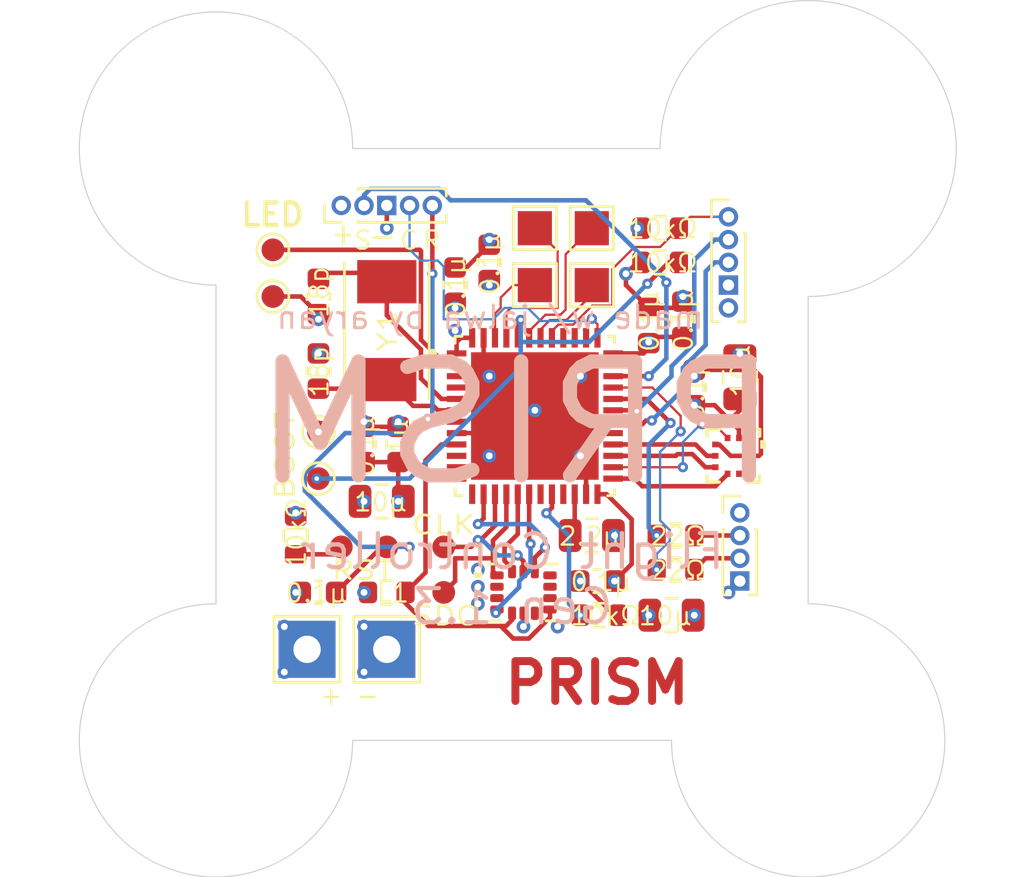
<source format=kicad_pcb>
(kicad_pcb (version 20241229) (generator "pcbnew") (generator_version "9.0")
  (layers (0 "F.Cu" signal "Signal1") (4 "In1.Cu" power "GND") (6 "In2.Cu" power "Power") (2 "B.Cu" signal "Signal2") (13 "F.Paste" user) (15 "B.Paste" user) (5 "F.SilkS" user "F.Silkscreen") (7 "B.SilkS" user "B.Silkscreen") (1 "F.Mask" user) (3 "B.Mask" user) (25 "Edge.Cuts" user))
  (net 0 "")
  (net 1 "GND")
  (net 2 "NRST")
  (net 3 "Net-(U1-VCAP_1)")
  (net 4 "Net-(U1-PH0-OSC_IN)")
  (net 5 "Net-(U1-PH1-OSC_OUT)")
  (net 6 "VDDA")
  (net 7 "PC13")
  (net 8 "SWDIO")
  (net 9 "SWCLK")
  (net 10 "D-")
  (net 11 "D+")
  (net 13 "HC12 SET")
  (net 14 "PA9")
  (net 15 "PA10")
  (net 16 "BOOT0")
  (net 17 "PB2")
  (net 18 "PA12")
  (net 19 "PA11")
  (net 20 "M1")
  (net 21 "M2")
  (net 22 "M3")
  (net 23 "M4")
  (net 24 "PA5")
  (net 25 "PA6")
  (net 27 "CSB")
  (net 30 "SDO")
  (net 31 "SDI")
  (net 33 "PA7")
  (net 35 "PA4")
  (net 38 "PA1")
  (net 41 "SCK")
  (net 49 "INT")
  (net 51 "+3.3V")
  (net 52 "Net-(R5-Pad1)")
  (footprint "Capacitor_SMD:C_0603_1608Metric" (layer "F.Cu") (at 106.225 72.5 180)
    (property "Reference" "C5" (hide yes))
    (property "Value" "0.1uF")
  )
  (footprint "Resistor_SMD:R_0603_1608Metric" (layer "F.Cu") (at 97 73)
    (property "Reference" "L1" (hide yes))
    (property "Value" "L")
  )
  (footprint "Capacitor_SMD:C_0603_1608Metric" (layer "F.Cu") (at 94 63.275 90)
    (property "Reference" "C14" (hide yes))
    (property "Value" "18pF")
  )
  (footprint "Capacitor_SMD:C_0603_1608Metric" (layer "F.Cu") (at 94 73 180)
    (property "Reference" "C9" (hide yes))
    (property "Value" "0.1uF")
  )
  (footprint "MountingHole:MountingHole_2.2mm_M2" (layer "F.Cu") (at 115.5 79.5)
    (property "Reference" "REF**" (hide yes))
    (property "Value" "MountingHole_2.2mm_M2")
  )
  (footprint "Capacitor_SMD:C_0603_1608Metric" (layer "F.Cu") (at 100 59.5 90)
    (property "Reference" "C5" (hide yes))
    (property "Value" "0.1uF")
  )
  (footprint "Capacitor_SMD:C_0603_1608Metric" (layer "F.Cu") (at 97.5 66.5 -90)
    (property "Reference" "C2" (hide yes))
    (property "Value" "1 µF")
  )
  (footprint "Resistor_SMD:R_0603_1608Metric" (layer "F.Cu") (at 109 58.5)
    (property "Reference" "R1" (hide yes))
    (property "Value" "10k")
  )
  (footprint "MountingHole:MountingHole_2.2mm_M2" (layer "F.Cu") (at 89.5 53.5)
    (property "Reference" "REF**" (hide yes))
    (property "Value" "MountingHole_2.2mm_M2")
  )
  (footprint "TestPoint:TestPoint_Pad_D1.0mm" (layer "F.Cu") (at 94 68)
    (property "Reference" "TP10" (hide yes))
    (property "Value" "TestPoint")
  )
  (footprint "Resistor_SMD:R_0603_1608Metric" (layer "F.Cu") (at 109.675 70.5 180)
    (property "Reference" "R4" (hide yes))
    (property "Value" "22")
  )
  (footprint "Capacitor_SMD:C_0603_1608Metric" (layer "F.Cu") (at 94 60 -90)
    (property "Reference" "C13" (hide yes))
    (property "Value" "18pF")
  )
  (footprint "CUSTOM:STM32F401CCU6" (layer "F.Cu") (at 103.5 65.25)
    (property "Reference" "U1" (hide yes))
    (property "Value" "STM32F401CCU6")
  )
  (footprint "Resistor_SMD:R_0603_1608Metric" (layer "F.Cu") (at 109 57 180)
    (property "Reference" "R7" (hide yes))
    (property "Value" "10kΩ")
  )
  (footprint "footprints:10LGA_2X2X0p75_BOS" (layer "F.Cu") (at 112.2126 67 -90)
    (property "Reference" "U2" (hide yes))
    (property "Value" "BMP388")
  )
  (footprint "TestPoint:TestPoint_Pad_D1.0mm" (layer "F.Cu") (at 92 60)
    (property "Reference" "TP14" (hide yes))
    (property "Value" "TestPoint")
  )
  (footprint "TestPoint:TestPoint_Pad_D1.0mm" (layer "F.Cu") (at 99.5 71 -90)
    (property "Reference" "TP7" (hide yes))
    (property "Value" "TestPoint")
  )
  (footprint "TestPoint:TestPoint_Pad_1.5x1.5mm" (layer "F.Cu") (at 103.5 57 -90)
    (property "Reference" "TP4" (hide yes))
    (property "Value" "TestPoint")
  )
  (footprint "Connector_PinHeader_1.00mm:PinHeader_1x05_P1.00mm_Vertical" (layer "F.Cu") (at 95 56 90)
    (property "Reference" "J1" (hide yes))
    (property "Value" "Programmer")
  )
  (footprint "TestPoint:TestPoint_Pad_1.5x1.5mm" (layer "F.Cu") (at 106 59.5 -90)
    (property "Reference" "TP5" (hide yes))
    (property "Value" "TestPoint")
  )
  (footprint "TestPoint:TestPoint_Pad_1.5x1.5mm" (layer "F.Cu") (at 106 57 -90)
    (property "Reference" "TP3" (hide yes))
    (property "Value" "TestPoint")
  )
  (footprint "TestPoint:TestPoint_Pad_D1.0mm" (layer "F.Cu") (at 99.5 73 -90)
    (property "Reference" "TP8" (hide yes))
    (property "Value" "TestPoint")
  )
  (footprint "Capacitor_SMD:C_0603_1608Metric" (layer "F.Cu") (at 96 66.5 -90)
    (property "Reference" "C1" (hide yes))
    (property "Value" "0.1 µF")
  )
  (footprint "Resistor_SMD:R_0603_1608Metric" (layer "F.Cu") (at 93 70.5 90)
    (property "Reference" "R5" (hide yes))
    (property "Value" "10k")
  )
  (footprint "Crystal:Crystal_SMD_Abracon_ABM7-2Pin_6.0x3.5mm" (layer "F.Cu") (at 97 61.5 90)
    (property "Reference" "Y1" (hide yes))
    (property "Value" "Crystal")
  )
  (footprint "Capacitor_SMD:C_0805_2012Metric" (layer "F.Cu") (at 112.5 63.55 90)
    (property "Reference" "C4" (hide yes))
    (property "Value" "10µF")
  )
  (footprint "TestPoint:TestPoint_Pad_D1.0mm" (layer "F.Cu") (at 94 65.95)
    (property "Reference" "TP9" (hide yes))
    (property "Value" "TestPoint")
  )
  (footprint "Capacitor_SMD:C_0603_1608Metric" (layer "F.Cu") (at 108.5 61.275 90)
    (property "Reference" "C5" (hide yes))
    (property "Value" "0.1uF")
  )
  (footprint "Capacitor_SMD:C_0603_1608Metric" (layer "F.Cu") (at 110 61 90)
    (property "Reference" "C7" (hide yes))
    (property "Value" "0.1µF")
  )
  (footprint "Capacitor_SMD:C_0805_2012Metric" (layer "F.Cu") (at 106 70.5)
    (property "Reference" "C12" (hide yes))
    (property "Value" "2.2µF")
  )
  (footprint "Capacitor_SMD:C_0603_1608Metric" (layer "F.Cu") (at 101.5 58.5 90)
    (property "Reference" "C5" (hide yes))
    (property "Value" "0.1uF")
  )
  (footprint "Capacitor_SMD:C_0603_1608Metric" (layer "F.Cu") (at 110.5 64 -90)
    (property "Reference" "C8" (hide yes))
    (property "Value" "0.1µF")
  )
  (footprint "Capacitor_SMD:C_0805_2012Metric" (layer "F.Cu") (at 109.5 74)
    (property "Reference" "C6" (hide yes))
    (property "Value" "10uF")
  )
  (footprint "Connector_PinHeader_1.00mm:PinHeader_1x04_P1.00mm_Vertical" (layer "F.Cu") (at 112.5 69.5)
    (property "Reference" "J2" (hide yes))
    (property "Value" "Conn_01x04_Pin")
  )
  (footprint "Resistor_SMD:R_0603_1608Metric" (layer "F.Cu") (at 106.325 74 180)
    (property "Reference" "R2" (hide yes))
    (property "Value" "10k")
  )
  (footprint "TestPoint:TestPoint_THTPad_2.5x2.5mm_Drill1.2mm" (layer "F.Cu") (at 97 75.5)
    (property "Reference" "TP2" (hide yes))
    (property "Value" "TestPoint")
  )
  (footprint "Capacitor_SMD:C_0805_2012Metric" (layer "F.Cu") (at 96.775 69)
    (property "Reference" "C3" (hide yes))
    (property "Value" "10 µF")
  )
  (footprint "Resistor_SMD:R_0603_1608Metric" (layer "F.Cu") (at 109.675 72 180)
    (property "Reference" "R3" (hide yes))
    (property "Value" "22")
  )
  (footprint "TestPoint:TestPoint_Pad_D1.0mm" (layer "F.Cu") (at 92 57.95)
    (property "Reference" "TP13" (hide yes))
    (property "Value" "TestPoint")
  )
  (footprint "MountingHole:MountingHole_2.2mm_M2" (layer "F.Cu") (at 115.5 53.5)
    (property "Reference" "REF**" (hide yes))
    (property "Value" "MountingHole_2.2mm_M2")
  )
  (footprint "TestPoint:TestPoint_Pad_D1.0mm" (layer "F.Cu") (at 95 71)
    (property "Reference" "TP11" (hide yes))
    (property "Value" "TestPoint")
  )
  (footprint "TestPoint:TestPoint_Pad_1.5x1.5mm" (layer "F.Cu") (at 103.5 59.5 -90)
    (property "Reference" "TP6" (hide yes))
    (property "Value" "TestPoint")
  )
  (footprint "MountingHole:MountingHole_2.2mm_M2" (layer "F.Cu") (at 89.5 79.5)
    (property "Reference" "REF**" (hide yes))
    (property "Value" "MountingHole_2.2mm_M2")
  )
  (footprint "footprints:ICM-42688-P" (layer "F.Cu") (at 103 73)
    (property "Reference" "U3" (hide yes))
    (property "Value" "ICM-42688-P")
  )
  (footprint "TestPoint:TestPoint_Pad_D1.0mm" (layer "F.Cu") (at 97 71)
    (property "Reference" "TP12" (hide yes))
    (property "Value" "TestPoint")
  )
  (footprint "TestPoint:TestPoint_THTPad_2.5x2.5mm_Drill1.2mm" (layer "F.Cu") (at 93.5 75.5)
    (property "Reference" "TP1" (hide yes))
    (property "Value" "TestPoint")
  )
  (footprint "Connector_PinHeader_1.00mm:PinHeader_1x05_P1.00mm_Vertical" (layer "F.Cu") (at 112 56.5)
    (property "Reference" "J3" (hide yes))
    (property "Value" "HC-12")
  )
  (gr_arc (start 115.5 73.5) (mid 119.742641 83.742641) (end 109.5 79.5) (stroke (width 0.05)) (layer "Edge.Cuts"))
  (gr_arc (start 89.5 59.5) (mid 85.257359 49.257359) (end 95.5 53.5) (stroke (width 0.05)) (layer "Edge.Cuts"))
  (gr_line (start 109 53.5) (end 95.5 53.5) (stroke (width 0.05)) (layer "Edge.Cuts"))
  (gr_line (start 115.5 73.5) (end 115.5 60) (stroke (width 0.05)) (layer "Edge.Cuts"))
  (gr_arc (start 109 53.5) (mid 120.096194 48.903806) (end 115.5 60) (stroke (width 0.05)) (layer "Edge.Cuts"))
  (gr_line (start 89.5 59.5) (end 89.5 73.5) (stroke (width 0.05)) (layer "Edge.Cuts"))
  (gr_line (start 95.5 79.5) (end 109.5 79.5) (stroke (width 0.05)) (layer "Edge.Cuts"))
  (gr_arc (start 95.5 79.5) (mid 85.257359 83.742641) (end 89.5 73.5) (stroke (width 0.05)) (layer "Edge.Cuts"))
  (gr_text "PRISM" (at 102 78 0) (layer "F.Cu") (effects (font (size 1.75 1.75) (thickness 0.35) (bold yes)) (justify left bottom)))
  (gr_text "C" (at 97.5 58 0) (layer "F.SilkS") (effects (font (size 0.8 0.8) (thickness 0.1)) (justify left bottom)))
  (gr_text "0.1μ" (at 105 73 0) (layer "F.SilkS") (effects (font (size 0.8 0.8) (thickness 0.1)) (justify left bottom)))
  (gr_text "10kΩ" (at 107.5 57.5 0) (layer "F.SilkS") (effects (font (size 0.8 0.8) (thickness 0.1)) (justify left bottom)))
  (gr_text "0.1μ" (at 100.5 61 90) (layer "F.SilkS") (effects (font (size 0.8 0.8) (thickness 0.1)) (justify left bottom)))
  (gr_text "L1" (at 96.5 73.5 0) (layer "F.SilkS") (effects (font (size 0.8 0.8) (thickness 0.1)) (justify left bottom)))
  (gr_text "+ -" (at 94 78 0) (layer "F.SilkS") (effects (font (size 0.8 0.8) (thickness 0.1)) (justify left bottom)))
  (gr_text "22Ω" (at 108.5 72.5 0) (layer "F.SilkS") (effects (font (size 0.8 0.8) (thickness 0.1)) (justify left bottom)))
  (gr_text "0.1μ" (at 102 60 90) (layer "F.SilkS") (effects (font (size 0.8 0.8) (thickness 0.1)) (justify left bottom)))
  (gr_text "22Ω" (at 108.5 71 0) (layer "F.SilkS") (effects (font (size 0.8 0.8) (thickness 0.1)) (justify left bottom)))
  (gr_text "LED" (at 90.5 57 0) (layer "F.SilkS") (effects (font (size 1 1) (thickness 0.2) (bold yes)) (justify left bottom)))
  (gr_text "Y1" (at 97.5 62.5 90) (layer "F.SilkS") (effects (font (size 0.8 1) (thickness 0.12)) (justify left bottom)))
  (gr_text "SDO" (at 98 74.5 0) (layer "F.SilkS") (effects (font (size 0.8 1) (thickness 0.12)) (justify left bottom)))
  (gr_text "-" (at 97.5 57 180) (layer "F.SilkS") (effects (font (size 0.8 1) (thickness 0.12)) (justify left bottom)))
  (gr_text "RST" (at 94.5 72.5 0) (layer "F.SilkS") (effects (font (size 0.8 1) (thickness 0.12)) (justify left bottom)))
  (gr_text "0.1μ" (at 111 65.5 90) (layer "F.SilkS") (effects (font (size 0.8 0.8) (thickness 0.1)) (justify left bottom)))
  (gr_text "18p" (at 94.5 64.5 90) (layer "F.SilkS") (effects (font (size 0.8 0.8) (thickness 0.1)) (justify left bottom)))
  (gr_text "CLK" (at 98 70.5 0) (layer "F.SilkS") (effects (font (size 0.8 1) (thickness 0.12)) (justify left bottom)))
  (gr_text "2.2μ" (at 104.5 71 0) (layer "F.SilkS") (effects (font (size 0.8 0.8) (thickness 0.1)) (justify left bottom)))
  (gr_text "BOOT" (at 93 69 90) (layer "F.SilkS") (effects (font (size 0.8 1) (thickness 0.12)) (justify left bottom)))
  (gr_text "10kΩ" (at 107.5 59 0) (layer "F.SilkS") (effects (font (size 0.8 0.8) (thickness 0.1)) (justify left bottom)))
  (gr_text "10μ" (at 95.5 69.5 0) (layer "F.SilkS") (effects (font (size 0.8 0.8) (thickness 0.1)) (justify left bottom)))
  (gr_text "10μ" (at 108 74.5 0) (layer "F.SilkS") (effects (font (size 0.8 0.8) (thickness 0.1)) (justify left bottom)))
  (gr_text "0.1μ" (at 96.5 68 90) (layer "F.SilkS") (effects (font (size 0.8 0.8) (thickness 0.1)) (justify left bottom)))
  (gr_text "S" (at 95.5 58 0) (layer "F.SilkS") (effects (font (size 0.8 0.8) (thickness 0.1)) (justify left bottom)))
  (gr_text "1μ" (at 98 67 90) (layer "F.SilkS") (effects (font (size 0.8 0.8) (thickness 0.1)) (justify left bottom)))
  (gr_text "R" (at 98.5 58 0) (layer "F.SilkS") (effects (font (size 0.8 0.8) (thickness 0.1)) (justify left bottom)))
  (gr_text "18p" (at 94.5 61 90) (layer "F.SilkS") (effects (font (size 0.8 0.8) (thickness 0.1)) (justify left bottom)))
  (gr_text "0.1μ" (at 109 62.5 90) (layer "F.SilkS") (effects (font (size 0.8 0.8) (thickness 0.1)) (justify left bottom)))
  (gr_text "10kΩ" (at 105 74.5 0) (layer "F.SilkS") (effects (font (size 0.8 0.8) (thickness 0.1)) (justify left bottom)))
  (gr_text "0.1μ" (at 110.5 62.5 90) (layer "F.SilkS") (effects (font (size 0.8 0.8) (thickness 0.1)) (justify left bottom)))
  (gr_text "10kΩ" (at 93.5 72 90) (layer "F.SilkS") (effects (font (size 0.8 0.8) (thickness 0.1)) (justify left bottom)))
  (gr_text "10μ" (at 113 64.5 90) (layer "F.SilkS") (effects (font (size 0.8 0.8) (thickness 0.1)) (justify left bottom)))
  (gr_text "+" (at 95.5 58 90) (layer "F.SilkS") (effects (font (size 0.8 1) (thickness 0.12)) (justify left bottom)))
  (gr_text "0.1μ" (at 92.5 73.5 0) (layer "F.SilkS") (effects (font (size 0.8 0.8) (thickness 0.1)) (justify left bottom)))
  (gr_text "Flight Controller\nGen 1.3" (at 102.5 74.5 0) (layer "B.SilkS") (effects (font (size 1.5 1.5) (thickness 0.1875)) (justify bottom mirror)))
  (gr_text "PRISM" (at 114.5 68.5 0) (layer "B.SilkS") (effects (font (size 5 5) (thickness 0.625)) (justify left bottom mirror)))
  (gr_text "made w/ jalwa by aryan" (at 111 61.5 0) (layer "B.SilkS") (effects (font (size 1 1) (thickness 0.125)) (justify left bottom mirror)))
  (segment (start 113.426 63.574) (end 113.426 63.526) (width 0.2) (layer "F.Cu") (net 1))
  (segment (start 97.5 67.275) (end 97.5 68.775) (width 0.2) (layer "F.Cu") (net 1))
  (segment (start 108 58.5) (end 107.5 59) (width 0.2) (layer "F.Cu") (net 1))
  (segment (start 100.5 58.725) (end 101.5 57.725) (width 0.2) (layer "F.Cu") (net 1))
  (segment (start 107.5 59.5) (end 107.5 59) (width 0.2) (layer "F.Cu") (net 1))
  (segment (start 113.426 66.9137) (end 113.426 63.574) (width 0.2) (layer "F.Cu") (net 1))
  (segment (start 103.5 65.25) (end 101.25 63) (width 0.2) (layer "F.Cu") (net 1))
  (segment (start 105.75 63) (end 106.935 63) (width 0.2) (layer "F.Cu") (net 1))
  (segment (start 107 74) (end 105.5 72.5) (width 0.2) (layer "F.Cu") (net 1))
  (segment (start 113 67) (end 113.3397 67) (width 0.2) (layer "F.Cu") (net 1))
  (segment (start 105.75 67.5) (end 105.75 68.685) (width 0.2) (layer "F.Cu") (net 1))
  (segment (start 111.4252 66.500001) (end 111.593901 66.500001) (width 0.2) (layer "F.Cu") (net 1))
  (segment (start 97.5 68.775) (end 97.725 69) (width 0.2) (layer "F.Cu") (net 1))
  (segment (start 113.3397 67) (end 113.426 66.9137) (width 0.2) (layer "F.Cu") (net 1))
  (segment (start 113.426 63.526) (end 112.5 62.6) (width 0.2) (layer "F.Cu") (net 1))
  (segment (start 108.5 60.5) (end 107.5 59.5) (width 0.2) (layer "F.Cu") (net 1))
  (segment (start 100 58.725) (end 100.5 58.725) (width 0.2) (layer "F.Cu") (net 1))
  (segment (start 108.5 60.5) (end 109.725 60.5) (width 0.2) (layer "F.Cu") (net 1))
  (segment (start 96 67.275) (end 97.5 67.275) (width 0.2) (layer "F.Cu") (net 1))
  (segment (start 113.077 63.225) (end 110.5 63.225) (width 0.2) (layer "F.Cu") (net 1))
  (segment (start 101.25 63) (end 101.25 61.815) (width 0.2) (layer "F.Cu") (net 1))
  (segment (start 100.065 66) (end 102.75 66) (width 0.2) (layer "F.Cu") (net 1))
  (segment (start 103 74.5) (end 103 73.915) (width 0.2) (layer "F.Cu") (net 1))
  (segment (start 102.75 66) (end 103.5 65.25) (width 0.2) (layer "F.Cu") (net 1))
  (segment (start 107.15 74) (end 107 74) (width 0.2) (layer "F.Cu") (net 1))
  (segment (start 109.725 60.5) (end 110 60.225) (width 0.2) (layer "F.Cu") (net 1))
  (segment (start 103.5 65.25) (end 105.75 67.5) (width 0.2) (layer "F.Cu") (net 1))
  (segment (start 111.593901 66.500001) (end 112.0939 67) (width 0.2) (layer "F.Cu") (net 1))
  (segment (start 97 57) (end 97 56) (width 0.2) (layer "F.Cu") (net 1))
  (segment (start 108.175 58.5) (end 108 58.5) (width 0.2) (layer "F.Cu") (net 1))
  (segment (start 103.5 65.25) (end 105.75 63) (width 0.2) (layer "F.Cu") (net 1))
  (segment (start 113 67.499999) (end 113 67) (width 0.2) (layer "F.Cu") (net 1))
  (segment (start 112.0939 67) (end 113 67) (width 0.2) (layer "F.Cu") (net 1))
  (segment (start 92 60) (end 93.225 60) (width 0.2) (layer "F.Cu") (net 1))
  (segment (start 93.225 60) (end 94 60.775) (width 0.2) (layer "F.Cu") (net 1))
  (segment (start 113.426 63.574) (end 113.077 63.225) (width 0.2) (layer "F.Cu") (net 1))
  (via (at 97 57) (size 0.6) (drill 0.3) (layers "F.Cu" "B.Cu") (net 1))
  (via (at 101.5 57.5) (size 0.6) (drill 0.3) (layers "F.Cu" "B.Cu") (net 1))
  (via (at 103 74.5) (size 0.6) (drill 0.3) (layers "F.Cu" "B.Cu") (net 1))
  (via (at 105.5 67) (size 0.6) (drill 0.3) (layers "F.Cu" "B.Cu") (net 1))
  (via (at 94 61) (size 0.6) (drill 0.3) (layers "F.Cu" "B.Cu") (net 1))
  (via (at 107.5 59) (size 0.6) (drill 0.3) (layers "F.Cu" "B.Cu") (net 1))
  (via (at 101 72.75) (size 0.6) (drill 0.3) (layers "F.Cu" "B.Cu") (net 1))
  (via (at 103.5 65) (size 0.6) (drill 0.3) (layers "F.Cu" "B.Cu") (net 1))
  (via (at 101 73.5) (size 0.6) (drill 0.3) (layers "F.Cu" "B.Cu") (net 1))
  (via (at 97.5 69) (size 0.6) (drill 0.3) (layers "F.Cu" "B.Cu") (net 1))
  (via (at 93 73) (size 0.6) (drill 0.3) (layers "F.Cu" "B.Cu") (net 1))
  (via (at 104.5 74.5) (size 0.6) (drill 0.3) (layers "F.Cu" "B.Cu") (net 1))
  (via (at 96 76.5) (size 0.6) (drill 0.3) (layers "F.Cu" "B.Cu") (net 1))
  (via (at 96 74.5) (size 0.6) (drill 0.3) (layers "F.Cu" "B.Cu") (net 1))
  (via (at 94 62.5) (size 0.6) (drill 0.3) (layers "F.Cu" "B.Cu") (net 1))
  (via (at 112 73) (size 0.6) (drill 0.3) (layers "F.Cu" "B.Cu") (net 1))
  (via (at 107 70.5) (size 0.6) (drill 0.3) (layers "F.Cu" "B.Cu") (net 1))
  (via (at 112.5 62.5) (size 0.6) (drill 0.3) (layers "F.Cu" "B.Cu") (net 1))
  (via (at 101 72) (size 0.6) (drill 0.3) (layers "F.Cu" "B.Cu") (net 1))
  (via (at 101.5 67) (size 0.6) (drill 0.3) (layers "F.Cu" "B.Cu") (net 1))
  (via (at 105.5 72.5) (size 0.6) (drill 0.3) (layers "F.Cu" "B.Cu") (net 1))
  (via (at 105.5 63.5) (size 0.6) (drill 0.3) (layers "F.Cu" "B.Cu") (net 1))
  (via (at 110.5 63.5) (size 0.6) (drill 0.3) (layers "F.Cu" "B.Cu") (net 1))
  (via (at 110 60) (size 0.6) (drill 0.3) (layers "F.Cu" "B.Cu") (net 1))
  (via (at 108.5 74) (size 0.6) (drill 0.3) (layers "F.Cu" "B.Cu") (net 1))
  (via (at 101.5 63.5) (size 0.6) (drill 0.3) (layers "F.Cu" "B.Cu") (net 1))
  (segment (start 96.775 71) (end 97 71) (width 0.2) (layer "F.Cu") (net 2))
  (segment (start 100.065 65.5) (end 98.925 65.5) (width 0.2) (layer "F.Cu") (net 2))
  (segment (start 99 59) (end 99 56) (width 0.2) (layer "F.Cu") (net 2))
  (segment (start 98.925 65.5) (end 98.805913 65.380913) (width 0.2) (layer "F.Cu") (net 2))
  (segment (start 97 71) (end 98 71) (width 0.2) (layer "F.Cu") (net 2))
  (segment (start 94.775 73) (end 96.775 71) (width 0.2) (layer "F.Cu") (net 2))
  (via (at 98 71) (size 0.45) (drill 0.2) (layers "F.Cu" "B.Cu") (net 2))
  (via (at 98.805913 65.380913) (size 0.45) (drill 0.2) (layers "F.Cu" "B.Cu") (net 2))
  (via (at 99 59) (size 0.45) (drill 0.2) (layers "F.Cu" "B.Cu") (net 2))
  (segment (start 98.186826 66) (end 98.805913 65.380913) (width 0.2) (layer "B.Cu") (net 2))
  (segment (start 95.867215 71) (end 93.399 68.531785) (width 0.2) (layer "B.Cu") (net 2))
  (segment (start 98 71) (end 95.867215 71) (width 0.2) (layer "B.Cu") (net 2))
  (segment (start 99 65.186826) (end 98.805913 65.380913) (width 0.2) (layer "B.Cu") (net 2))
  (segment (start 93.399 67.782123) (end 95.181123 66) (width 0.2) (layer "B.Cu") (net 2))
  (segment (start 95.181123 66) (end 98.186826 66) (width 0.2) (layer "B.Cu") (net 2))
  (segment (start 99 59) (end 99 65.186826) (width 0.2) (layer "B.Cu") (net 2))
  (segment (start 93.399 68.531785) (end 93.399 67.782123) (width 0.2) (layer "B.Cu") (net 2))
  (segment (start 105.05 70.5) (end 105.25 70.3) (width 0.2) (layer "F.Cu") (net 3))
  (segment (start 105.25 70.3) (end 105.25 68.685) (width 0.2) (layer "F.Cu") (net 3))
  (segment (start 99.398 64.5) (end 100.065 64.5) (width 0.2) (layer "F.Cu") (net 4))
  (segment (start 96.6125 58.9625) (end 97 59.35) (width 0.2) (layer "F.Cu") (net 4))
  (segment (start 94 58.9625) (end 96.6125 58.9625) (width 0.2) (layer "F.Cu") (net 4))
  (segment (start 97 59.35) (end 97 60.826264) (width 0.2) (layer "F.Cu") (net 4))
  (segment (start 97 60.826264) (end 98.5 62.326264) (width 0.2) (layer "F.Cu") (net 4))
  (segment (start 98.5 62.326264) (end 98.5 63.602) (width 0.2) (layer "F.Cu") (net 4))
  (segment (start 98.5 63.602) (end 99.398 64.5) (width 0.2) (layer "F.Cu") (net 4))
  (segment (start 96.6 64.05) (end 97 63.65) (width 0.2) (layer "F.Cu") (net 5))
  (segment (start 99.238173 65) (end 100.065 65) (width 0.2) (layer "F.Cu") (net 5))
  (segment (start 94 64.05) (end 96.6 64.05) (width 0.2) (layer "F.Cu") (net 5))
  (segment (start 97 63.65) (end 98.155913 64.805913) (width 0.2) (layer "F.Cu") (net 5))
  (segment (start 98.155913 64.805913) (end 99.044086 64.805913) (width 0.2) (layer "F.Cu") (net 5))
  (segment (start 99.044086 64.805913) (end 99.238173 65) (width 0.2) (layer "F.Cu") (net 5))
  (segment (start 97.825 73.475) (end 98.825 74.475) (width 0.2) (layer "F.Cu") (net 6))
  (segment (start 102.234999 74.475) (end 102.5 74.209999) (width 0.2) (layer "F.Cu") (net 6))
  (segment (start 97.825 73) (end 97.825 73.475) (width 0.2) (layer "F.Cu") (net 6))
  (segment (start 103.235848 75.026) (end 104.165 74.096848) (width 0.2) (layer "F.Cu") (net 6))
  (segment (start 102.5 74.209999) (end 102.5 73.915) (width 0.2) (layer "F.Cu") (net 6))
  (segment (start 102 74.475) (end 102.234999 74.475) (width 0.2) (layer "F.Cu") (net 6))
  (segment (start 99.398 66.5) (end 98.699 67.199) (width 0.2) (layer "F.Cu") (net 6))
  (segment (start 98.699 72.126) (end 98.699 67.199) (width 0.2) (layer "F.Cu") (net 6))
  (segment (start 102 74.475) (end 102.551 75.026) (width 0.2) (layer "F.Cu") (net 6))
  (segment (start 104.165 74.096848) (end 104.165 73.75) (width 0.2) (layer "F.Cu") (net 6))
  (segment (start 100.065 66.5) (end 99.398 66.5) (width 0.2) (layer "F.Cu") (net 6))
  (segment (start 102.551 75.026) (end 103.235848 75.026) (width 0.2) (layer "F.Cu") (net 6))
  (segment (start 97.825 73) (end 98.699 72.126) (width 0.2) (layer "F.Cu") (net 6))
  (segment (start 98.825 74.475) (end 102 74.475) (width 0.2) (layer "F.Cu") (net 6))
  (segment (start 98.45 57.95) (end 92 57.95) (width 0.2) (layer "F.Cu") (net 7))
  (segment (start 98.5 58) (end 98.45 57.95) (width 0.2) (layer "F.Cu") (net 7))
  (segment (start 98.5 58.198) (end 98.5 58) (width 0.2) (layer "F.Cu") (net 7))
  (segment (start 99.598 63) (end 98.501 61.903) (width 0.2) (layer "F.Cu") (net 7))
  (segment (start 100.065 63) (end 99.598 63) (width 0.2) (layer "F.Cu") (net 7))
  (segment (start 98.501 61.903) (end 98.501 58.199) (width 0.2) (layer "F.Cu") (net 7))
  (segment (start 98.501 58.199) (end 98.5 58.198) (width 0.2) (layer "F.Cu") (net 7))
  (segment (start 106.935 63.5) (end 108.5 63.5) (width 0.2) (layer "F.Cu") (net 8))
  (via (at 109.273615 59.386491) (size 0.45) (drill 0.2) (layers "F.Cu" "B.Cu") (net 8))
  (via (at 108.5 63.5) (size 0.45) (drill 0.2) (layers "F.Cu" "B.Cu") (net 8))
  (segment (start 96.024 55.524) (end 96.274 55.274) (width 0.2) (layer "B.Cu") (net 8))
  (segment (start 109.273615 59.303423) (end 109.273615 59.386491) (width 0.2) (layer "B.Cu") (net 8))
  (segment (start 105.744192 55.774) (end 109.273615 59.303423) (width 0.2) (layer "B.Cu") (net 8))
  (segment (start 109.273615 62.726385) (end 108.5 63.5) (width 0.2) (layer "B.Cu") (net 8))
  (segment (start 96.024 55.524) (end 96.024 55.976) (width 0.2) (layer "B.Cu") (net 8))
  (segment (start 99.80072 55.774) (end 105.744192 55.774) (width 0.2) (layer "B.Cu") (net 8))
  (segment (start 96 55.548) (end 96.024 55.524) (width 0.2) (layer "B.Cu") (net 8))
  (segment (start 109.273615 59.386491) (end 109.273615 62.726385) (width 0.2) (layer "B.Cu") (net 8))
  (segment (start 99.30072 55.274) (end 99.80072 55.774) (width 0.2) (layer "B.Cu") (net 8))
  (segment (start 96.274 55.274) (end 99.30072 55.274) (width 0.2) (layer "B.Cu") (net 8))
  (segment (start 96.024 55.976) (end 96 56) (width 0.2) (layer "B.Cu") (net 8))
  (segment (start 106.25 61.815) (end 106.25 61.221139) (width 0.1) (layer "F.Cu") (net 9))
  (segment (start 106.25 61.221139) (end 106.006638 60.977777) (width 0.1) (layer "F.Cu") (net 9))
  (via (at 106.006638 60.977777) (size 0.45) (drill 0.2) (layers "F.Cu" "B.Cu") (net 9))
  (segment (start 105.909415 61.075) (end 103.761827 61.075) (width 0.1) (layer "B.Cu") (net 9))
  (segment (start 99.5 61) (end 99.5 58.686827) (width 0.1) (layer "B.Cu") (net 9))
  (segment (start 98 57.934315) (end 98 56) (width 0.1) (layer "B.Cu") (net 9))
  (segment (start 103.761827 61.075) (end 103.186827 60.5) (width 0.1) (layer "B.Cu") (net 9))
  (segment (start 98.490685 58.425) (end 98 57.934315) (width 0.1) (layer "B.Cu") (net 9))
  (segment (start 102.171242 60.5) (end 101.671242 61) (width 0.1) (layer "B.Cu") (net 9))
  (segment (start 99.5 58.686827) (end 99.238173 58.425) (width 0.1) (layer "B.Cu") (net 9))
  (segment (start 103.186827 60.5) (end 102.171242 60.5) (width 0.1) (layer "B.Cu") (net 9))
  (segment (start 101.671242 61) (end 99.5 61) (width 0.1) (layer "B.Cu") (net 9))
  (segment (start 106.006638 60.977777) (end 105.909415 61.075) (width 0.2) (layer "B.Cu") (net 9))
  (segment (start 99.238173 58.425) (end 98.490685 58.425) (width 0.1) (layer "B.Cu") (net 9))
  (segment (start 110.5 70.5) (end 112.5 70.5) (width 0.2) (layer "F.Cu") (net 10))
  (segment (start 111 71.5) (end 112.5 71.5) (width 0.2) (layer "F.Cu") (net 11))
  (segment (start 110.5 72) (end 111 71.5) (width 0.2) (layer "F.Cu") (net 11))
  (segment (start 106.016315 60.401) (end 105.183315 61.234) (width 0.1) (layer "F.Cu") (net 13))
  (segment (start 106.901 60.401) (end 106.016315 60.401) (width 0.1) (layer "F.Cu") (net 13))
  (segment (start 110.325 56.5) (end 112 56.5) (width 0.1) (layer "F.Cu") (net 13))
  (segment (start 109.825 57) (end 109.001 57.824) (width 0.1) (layer "F.Cu") (net 13))
  (segment (start 106.901 58.797068) (end 106.901 60.401) (width 0.1) (layer "F.Cu") (net 13))
  (segment (start 104.536 61.234) (end 104.25 61.52) (width 0.1) (layer "F.Cu") (net 13))
  (segment (start 105.183315 61.234) (end 104.536 61.234) (width 0.1) (layer "F.Cu") (net 13))
  (segment (start 109.825 57) (end 110.325 56.5) (width 0.1) (layer "F.Cu") (net 13))
  (segment (start 107.874068 57.824) (end 106.901 58.797068) (width 0.1) (layer "F.Cu") (net 13))
  (segment (start 104.25 61.52) (end 104.25 61.815) (width 0.1) (layer "F.Cu") (net 13))
  (segment (start 109.001 57.824) (end 107.874068 57.824) (width 0.1) (layer "F.Cu") (net 13))
  (segment (start 112 56.5) (end 111.313173 56.5) (width 0.1) (layer "B.Cu") (net 13))
  (segment (start 108.376488 65.45) (end 108.214178 65.61231) (width 0.2) (layer "F.Cu") (net 14))
  (segment (start 107.737832 65.61231) (end 107.625522 65.5) (width 0.2) (layer "F.Cu") (net 14))
  (segment (start 108.214178 65.61231) (end 107.737832 65.61231) (width 0.2) (layer "F.Cu") (net 14))
  (segment (start 108.635356 65.45) (end 108.376488 65.45) (width 0.2) (layer "F.Cu") (net 14))
  (segment (start 107.625522 65.5) (end 106.935 65.5) (width 0.2) (layer "F.Cu") (net 14))
  (via (at 108.635356 65.45) (size 0.45) (drill 0.2) (layers "F.Cu" "B.Cu") (net 14))
  (segment (start 111 58.89896) (end 111.39896 58.5) (width 0.2) (layer "B.Cu") (net 14))
  (segment (start 111 62.131371) (end 111 58.89896) (width 0.2) (layer "B.Cu") (net 14))
  (segment (start 110 64.085356) (end 110 63.131371) (width 0.2) (layer "B.Cu") (net 14))
  (segment (start 108.635356 65.45) (end 110 64.085356) (width 0.2) (layer "B.Cu") (net 14))
  (segment (start 111.39896 58.5) (end 112 58.5) (width 0.2) (layer "B.Cu") (net 14))
  (segment (start 110 63.131371) (end 111 62.131371) (width 0.2) (layer "B.Cu") (net 14))
  (segment (start 106.935 65) (end 107.938695 65) (width 0.2) (layer "F.Cu") (net 15))
  (segment (start 107.938695 65) (end 107.976005 65.03731) (width 0.2) (layer "F.Cu") (net 15))
  (via (at 107.976005 65.03731) (size 0.45) (drill 0.2) (layers "F.Cu" "B.Cu") (net 15))
  (segment (start 111.39896 57.5) (end 110.5 58.39896) (width 0.2) (layer "B.Cu") (net 15))
  (segment (start 109.5 63.065685) (end 109.5 63.5) (width 0.2) (layer "B.Cu") (net 15))
  (segment (start 112 57.5) (end 111.39896 57.5) (width 0.2) (layer "B.Cu") (net 15))
  (segment (start 110.5 62.065685) (end 109.5 63.065685) (width 0.2) (layer "B.Cu") (net 15))
  (segment (start 110.5 58.39896) (end 110.5 62.065685) (width 0.2) (layer "B.Cu") (net 15))
  (segment (start 108.075 64.925) (end 108.075 64.938315) (width 0.2) (layer "B.Cu") (net 15))
  (segment (start 109.5 63.5) (end 108.075 64.925) (width 0.2) (layer "B.Cu") (net 15))
  (segment (start 108.075 64.938315) (end 107.976005 65.03731) (width 0.2) (layer "B.Cu") (net 15))
  (segment (start 102.75 61.815) (end 102.75 61.154338) (width 0.2) (layer "F.Cu") (net 16))
  (segment (start 102.75 61.154338) (end 102.878338 61.026) (width 0.2) (layer "F.Cu") (net 16))
  (segment (start 108.440409 59.440409) (end 109.380819 58.5) (width 0.2) (layer "F.Cu") (net 16))
  (segment (start 109.380819 58.5) (end 109.825 58.5) (width 0.2) (layer "F.Cu") (net 16))
  (via (at 102.878338 61.026) (size 0.45) (drill 0.2) (layers "F.Cu" "B.Cu") (net 16))
  (via (at 93.925 68) (size 0.45) (drill 0.2) (layers "F.Cu" "B.Cu") (net 16))
  (via (at 108.440409 59.440409) (size 0.45) (drill 0.2) (layers "F.Cu" "B.Cu") (net 16))
  (segment (start 102.878338 62) (end 102.878338 61.026) (width 0.2) (layer "B.Cu") (net 16))
  (segment (start 102.878338 62) (end 102.878338 63.121662) (width 0.2) (layer "B.Cu") (net 16))
  (segment (start 108.440409 59.440409) (end 105.880819 62) (width 0.2) (layer "B.Cu") (net 16))
  (segment (start 105.880819 62) (end 102.878338 62) (width 0.2) (layer "B.Cu") (net 16))
  (segment (start 98 68) (end 93.925 68) (width 0.2) (layer "B.Cu") (net 16))
  (segment (start 102.878338 63.121662) (end 98 68) (width 0.2) (layer "B.Cu") (net 16))
  (segment (start 104.25 68.685) (end 104.25 69.278861) (width 0.2) (layer "F.Cu") (net 17))
  (segment (start 104.25 69.278861) (end 104.006638 69.522223) (width 0.2) (layer "F.Cu") (net 17))
  (via (at 105.5 74) (size 0.45) (drill 0.2) (layers "F.Cu" "B.Cu") (net 17))
  (via (at 104.006638 69.522223) (size 0.45) (drill 0.2) (layers "F.Cu" "B.Cu") (net 17))
  (segment (start 105 70.515585) (end 105 73.5) (width 0.2) (layer "B.Cu") (net 17))
  (segment (start 104.006638 69.522223) (end 105 70.515585) (width 0.2) (layer "B.Cu") (net 17))
  (segment (start 105 73.5) (end 105.5 74) (width 0.2) (layer "B.Cu") (net 17))
  (segment (start 108.658642 64) (end 106.935 64) (width 0.1) (layer "F.Cu") (net 18))
  (segment (start 109.901893 65.924457) (end 109.901893 65.243251) (width 0.1) (layer "F.Cu") (net 18))
  (segment (start 109.901893 65.243251) (end 108.658642 64) (width 0.1) (layer "F.Cu") (net 18))
  (via (at 108.85 72) (size 0.45) (drill 0.2) (layers "F.Cu" "B.Cu") (net 18))
  (via (at 109.901893 65.924457) (size 0.45) (drill 0.2) (layers "F.Cu" "B.Cu") (net 18))
  (segment (start 109 69.836827) (end 109.425 70.261827) (width 0.1) (layer "B.Cu") (net 18))
  (segment (start 109.901893 65.924457) (end 109.694764 66.131585) (width 0.1) (layer "B.Cu") (net 18))
  (segment (start 108.85 71.313173) (end 108.85 72) (width 0.1) (layer "B.Cu") (net 18))
  (segment (start 109.425 70.738173) (end 108.85 71.313173) (width 0.1) (layer "B.Cu") (net 18))
  (segment (start 109.694764 66.131585) (end 109 66.82635) (width 0.1) (layer "B.Cu") (net 18))
  (segment (start 109.425 70.261827) (end 109.425 70.738173) (width 0.1) (layer "B.Cu") (net 18))
  (segment (start 109 66.82635) (end 109 69.836827) (width 0.1) (layer "B.Cu") (net 18))
  (segment (start 106.935 64.5) (end 108.400006 64.5) (width 0.2) (layer "F.Cu") (net 19))
  (segment (start 109.456591 65.443415) (end 109.456591 65.556585) (width 0.2) (layer "F.Cu") (net 19))
  (segment (start 108.400006 64.5) (end 109.456591 65.556585) (width 0.2) (layer "F.Cu") (net 19))
  (via (at 109.456591 65.556585) (size 0.45) (drill 0.2) (layers "F.Cu" "B.Cu") (net 19))
  (via (at 108.85 70.5) (size 0.45) (drill 0.2) (layers "F.Cu" "B.Cu") (net 19))
  (segment (start 109.456591 65.556585) (end 108.5 66.513176) (width 0.2) (layer "B.Cu") (net 19))
  (segment (start 108.5 70.15) (end 108.85 70.5) (width 0.2) (layer "B.Cu") (net 19))
  (segment (start 108.5 66.513176) (end 108.5 70.15) (width 0.2) (layer "B.Cu") (net 19))
  (segment (start 103.25 61.52) (end 103.25 61.815) (width 0.1) (layer "F.Cu") (net 20))
  (segment (start 104.626264 60.8) (end 104.270315 60.8) (width 0.1) (layer "F.Cu") (net 20))
  (segment (start 106 57) (end 104.851 58.149) (width 0.1) (layer "F.Cu") (net 20))
  (segment (start 104.270315 60.8) (end 104.269314 60.801) (width 0.1) (layer "F.Cu") (net 20))
  (segment (start 104.269314 60.801) (end 103.969 60.801) (width 0.1) (layer "F.Cu") (net 20))
  (segment (start 104.851 60.575264) (end 104.626264 60.8) (width 0.1) (layer "F.Cu") (net 20))
  (segment (start 104.851 58.149) (end 104.851 60.575264) (width 0.1) (layer "F.Cu") (net 20))
  (segment (start 103.969 60.801) (end 103.25 61.52) (width 0.1) (layer "F.Cu") (net 20))
  (segment (start 103.5 57) (end 104.501 58.001) (width 0.1) (layer "F.Cu") (net 21))
  (segment (start 102.450777 60.501) (end 102.25 60.701777) (width 0.1) (layer "F.Cu") (net 21))
  (segment (start 102.25 60.701777) (end 102.25 61.815) (width 0.1) (layer "F.Cu") (net 21))
  (segment (start 104.501 58.001) (end 104.501 60.501) (width 0.1) (layer "F.Cu") (net 21))
  (segment (start 104.501 60.501) (end 102.450777 60.501) (width 0.1) (layer "F.Cu") (net 21))
  (segment (start 103.75 61.448) (end 103.75 61.815) (width 0.1) (layer "F.Cu") (net 22))
  (segment (start 106 59.5) (end 106 59.922652) (width 0.2) (layer "F.Cu") (net 22))
  (segment (start 106 59.922652) (end 104.889653 61.033) (width 0.1) (layer "F.Cu") (net 22))
  (segment (start 104.165 61.033) (end 103.75 61.448) (width 0.1) (layer "F.Cu") (net 22))
  (segment (start 103.75 61.737158) (end 103.75 61.815) (width 0.1) (layer "F.Cu") (net 22))
  (segment (start 104.889653 61.033) (end 104.165 61.033) (width 0.1) (layer "F.Cu") (net 22))
  (segment (start 104 59.5) (end 103.75 59.75) (width 0.2) (layer "F.Cu") (net 23))
  (segment (start 102.55 59.5) (end 103.5 59.5) (width 0.1) (layer "F.Cu") (net 23))
  (segment (start 101.75 60.75) (end 102 60.5) (width 0.1) (layer "F.Cu") (net 23))
  (segment (start 102 60.05) (end 102.55 59.5) (width 0.1) (layer "F.Cu") (net 23))
  (segment (start 102 60.5) (end 102 60.05) (width 0.1) (layer "F.Cu") (net 23))
  (segment (start 101.75 61.815) (end 101.75 60.75) (width 0.1) (layer "F.Cu") (net 23))
  (segment (start 103 71.627355) (end 102.743877 71.371232) (width 0.2) (layer "F.Cu") (net 24))
  (segment (start 103 72.085) (end 103 71.627355) (width 0.2) (layer "F.Cu") (net 24))
  (segment (start 99.5 71) (end 100.700003 71) (width 0.2) (layer "F.Cu") (net 24))
  (segment (start 100.700003 71) (end 101 70.700003) (width 0.2) (layer "F.Cu") (net 24))
  (segment (start 101.75 68.685) (end 101.75 70.063173) (width 0.2) (layer "F.Cu") (net 24))
  (segment (start 101.75 70.063173) (end 101.11317 70.700003) (width 0.2) (layer "F.Cu") (net 24))
  (segment (start 101.11317 70.700003) (end 101 70.700003) (width 0.2) (layer "F.Cu") (net 24))
  (via (at 102.743877 71.371232) (size 0.45) (drill 0.2) (layers "F.Cu" "B.Cu") (net 24))
  (via (at 101 70.700003) (size 0.45) (drill 0.2) (layers "F.Cu" "B.Cu") (net 24))
  (segment (start 101.871232 71.371232) (end 102.743877 71.371232) (width 0.2) (layer "B.Cu") (net 24))
  (segment (start 101.200003 70.700003) (end 101.871232 71.371232) (width 0.2) (layer "B.Cu") (net 24))
  (segment (start 101 70.700003) (end 101.200003 70.700003) (width 0.2) (layer "B.Cu") (net 24))
  (segment (start 101.660001 70.718857) (end 102.25 70.128858) (width 0.2) (layer "F.Cu") (net 25))
  (segment (start 100 71.5) (end 101.660001 71.5) (width 0.2) (layer "F.Cu") (net 25))
  (segment (start 101.835 72.25) (end 101.660001 72.075001) (width 0.2) (layer "F.Cu") (net 25))
  (segment (start 100 72.5) (end 100 71.5) (width 0.2) (layer "F.Cu") (net 25))
  (segment (start 101.660001 72.075001) (end 101.660001 71.5) (width 0.2) (layer "F.Cu") (net 25))
  (segment (start 99.5 73) (end 100 72.5) (width 0.2) (layer "F.Cu") (net 25))
  (segment (start 101.660001 71.5) (end 101.660001 70.718857) (width 0.2) (layer "F.Cu") (net 25))
  (segment (start 102.25 70.128858) (end 102.25 68.685) (width 0.2) (layer "F.Cu") (net 25))
  (segment (start 111.962601 67.7874) (end 111.962601 67.8001) (width 0.2) (layer "F.Cu") (net 27))
  (segment (start 107.880685 68) (end 106.935 68) (width 0.2) (layer "F.Cu") (net 27))
  (segment (start 111.427701 68.335) (end 108.215685 68.335) (width 0.2) (layer "F.Cu") (net 27))
  (segment (start 111.962601 67.8001) (end 111.427701 68.335) (width 0.2) (layer "F.Cu") (net 27))
  (segment (start 108.215685 68.335) (end 107.880685 68) (width 0.2) (layer "F.Cu") (net 27))
  (segment (start 106.935 67) (end 109.686827 67) (width 0.2) (layer "F.Cu") (net 30))
  (segment (start 110.989398 67.499999) (end 111.4252 67.499999) (width 0.2) (layer "F.Cu") (net 30))
  (segment (start 109.686827 67) (end 109.761827 66.925) (width 0.2) (layer "F.Cu") (net 30))
  (segment (start 110.414399 66.925) (end 110.989398 67.499999) (width 0.2) (layer "F.Cu") (net 30))
  (segment (start 109.761827 66.925) (end 110.414399 66.925) (width 0.2) (layer "F.Cu") (net 30))
  (segment (start 110.556499 66.5) (end 106.935 66.5) (width 0.2) (layer "F.Cu") (net 31))
  (segment (start 111.4252 67) (end 111.056499 67) (width 0.2) (layer "F.Cu") (net 31))
  (segment (start 111.056499 67) (end 110.556499 66.5) (width 0.2) (layer "F.Cu") (net 31))
  (segment (start 102.5 72.085) (end 102.5 71.940528) (width 0.2) (layer "F.Cu") (net 33))
  (segment (start 102.5 71.940528) (end 102.168877 71.609405) (width 0.2) (layer "F.Cu") (net 33))
  (segment (start 102.168877 71.01795) (end 102.75 70.436827) (width 0.2) (layer "F.Cu") (net 33))
  (segment (start 102.168877 71.609405) (end 102.168877 71.01795) (width 0.2) (layer "F.Cu") (net 33))
  (segment (start 102.75 70.436827) (end 102.75 68.685) (width 0.2) (layer "F.Cu") (net 33))
  (segment (start 101 70) (end 101.25 69.75) (width 0.2) (layer "F.Cu") (net 35))
  (segment (start 103.942993 71.026419) (end 103.5 71.469412) (width 0.2) (layer "F.Cu") (net 35))
  (segment (start 103.5 71.469412) (end 103.5 72.085) (width 0.2) (layer "F.Cu") (net 35))
  (segment (start 101.25 69.75) (end 101.25 68.685) (width 0.2) (layer "F.Cu") (net 35))
  (via (at 103.942993 71.026419) (size 0.45) (drill 0.2) (layers "F.Cu" "B.Cu") (net 35))
  (via (at 101 70) (size 0.45) (drill 0.2) (layers "F.Cu" "B.Cu") (net 35))
  (segment (start 101 70) (end 103.284314 70) (width 0.2) (layer "B.Cu") (net 35))
  (segment (start 103.284314 70) (end 103.942993 70.658679) (width 0.2) (layer "B.Cu") (net 35))
  (segment (start 103.942993 70.658679) (end 103.942993 71.026419) (width 0.2) (layer "B.Cu") (net 35))
  (segment (start 111.325199 65.5625) (end 110.891793 65.5625) (width 0.1) (layer "F.Cu") (net 41))
  (segment (start 110.891793 65.5625) (end 110.844466 65.609827) (width 0.1) (layer "F.Cu") (net 41))
  (segment (start 111.9626 66.199901) (end 111.325199 65.5625) (width 0.1) (layer "F.Cu") (net 41))
  (segment (start 111.9626 66.212601) (end 111.9626 66.199901) (width 0.1) (layer "F.Cu") (net 41))
  (segment (start 106.935 67.5) (end 110 67.5) (width 0.1) (layer "F.Cu") (net 41))
  (via (at 110 67.5) (size 0.45) (drill 0.2) (layers "F.Cu" "B.Cu") (net 41))
  (via (at 110.844466 65.609827) (size 0.45) (drill 0.2) (layers "F.Cu" "B.Cu") (net 41))
  (segment (start 110.784057 65.609827) (end 110.844466 65.609827) (width 0.1) (layer "B.Cu") (net 41))
  (segment (start 110 67.5) (end 110 66.393884) (width 0.1) (layer "B.Cu") (net 41))
  (segment (start 110 66.393884) (end 110.784057 65.609827) (width 0.1) (layer "B.Cu") (net 41))
  (segment (start 103.25 70.806153) (end 103.312442 70.868595) (width 0.2) (layer "F.Cu") (net 49))
  (segment (start 103.25 68.685) (end 103.25 70.806153) (width 0.2) (layer "F.Cu") (net 49))
  (segment (start 101.784701 73.800299) (end 101.784701 73.9) (width 0.2) (layer "F.Cu") (net 49))
  (segment (start 101.835 73.75) (end 101.784701 73.800299) (width 0.2) (layer "F.Cu") (net 49))
  (via (at 101.784701 73.9) (size 0.45) (drill 0.2) (layers "F.Cu" "B.Cu") (net 49))
  (via (at 103.312442 70.868595) (size 0.45) (drill 0.2) (layers "F.Cu" "B.Cu") (net 49))
  (segment (start 103.312442 72.000731) (end 102.813173 72.5) (width 0.2) (layer "B.Cu") (net 49))
  (segment (start 102.813173 72.77183) (end 101.784701 73.800302) (width 0.2) (layer "B.Cu") (net 49))
  (segment (start 101.784701 73.800302) (end 101.784701 73.9) (width 0.2) (layer "B.Cu") (net 49))
  (segment (start 103.312442 70.868595) (end 103.312442 72.000731) (width 0.2) (layer "B.Cu") (net 49))
  (segment (start 102.813173 72.5) (end 102.813173 72.77183) (width 0.2) (layer "B.Cu") (net 49))
  (segment (start 100.065 62.5) (end 100.065 62) (width 0.2) (layer "F.Cu") (net 51))
  (segment (start 97.5 65.5) (end 97.5 65.725) (width 0.2) (layer "F.Cu") (net 51))
  (segment (start 112.5 65) (end 112.05935 65.44065) (width 0.2) (layer "F.Cu") (net 51))
  (segment (start 106.935 62.5) (end 108.275 62.5) (width 0.2) (layer "F.Cu") (net 51))
  (segment (start 111.393699 64.775) (end 112.05935 65.44065) (width 0.2) (layer "F.Cu") (net 51))
  (segment (start 108.775 61.775) (end 108.5 62.05) (width 0.2) (layer "F.Cu") (net 51))
  (segment (start 100.065 61.565) (end 100 61.5) (width 0.2) (layer "F.Cu") (net 51))
  (segment (start 108.275 62.5) (end 108.5 62.275) (width 0.2) (layer "F.Cu") (net 51))
  (segment (start 110 61.775) (end 108.775 61.775) (width 0.2) (layer "F.Cu") (net 51))
  (segment (start 112.462599 66.2126) (end 112.712599 66.2126) (width 0.2) (layer "F.Cu") (net 51))
  (segment (start 112.5 64.5) (end 112.5 65) (width 0.2) (layer "F.Cu") (net 51))
  (segment (start 112.05935 65.44065) (end 112.462599 65.8439) (width 0.2) (layer "F.Cu") (net 51))
  (segment (start 100.25 61.815) (end 100.065 62) (width 0.2) (layer "F.Cu") (net 51))
  (segment (start 107.751 71.749) (end 107 72.5) (width 0.2) (layer "F.Cu") (net 51))
  (segment (start 110.5 64.775) (end 111.393699 64.775) (width 0.2) (layer "F.Cu") (net 51))
  (segment (start 100.065 62) (end 100.065 61.565) (width 0.2) (layer "F.Cu") (net 51))
  (segment (start 112.462599 65.8439) (end 112.462599 66.2126) (width 0.2) (layer "F.Cu") (net 51))
  (segment (start 107.751 69.78984) (end 107.751 71.749) (width 0.2) (layer "F.Cu") (net 51))
  (segment (start 106.25 68.685) (end 106.64616 68.685) (width 0.2) (layer "F.Cu") (net 51))
  (segment (start 106.64616 68.685) (end 107.751 69.78984) (width 0.2) (layer "F.Cu") (net 51))
  (segment (start 112.712599 66.2126) (end 113 66.500001) (width 0.2) (layer "F.Cu") (net 51))
  (segment (start 100.75 61.815) (end 100.25 61.815) (width 0.2) (layer "F.Cu") (net 51))
  (segment (start 96 65.725) (end 97.5 65.725) (width 0.2) (layer "F.Cu") (net 51))
  (via (at 93 69.5) (size 0.6) (drill 0.3) (layers "F.Cu" "B.Cu") (net 51))
  (via (at 108 57) (size 0.6) (drill 0.3) (layers "F.Cu" "B.Cu") (net 51))
  (via (at 92.5 76.5) (size 0.6) (drill 0.3) (layers "F.Cu" "B.Cu") (net 51))
  (via (at 107 72.5) (size 0.6) (drill 0.3) (layers "F.Cu" "B.Cu") (net 51))
  (via (at 100 61.5) (size 0.6) (drill 0.3) (layers "F.Cu" "B.Cu") (net 51))
  (via (at 108.5 62) (size 0.6) (drill 0.3) (layers "F.Cu" "B.Cu") (net 51))
  (via (at 96 65.5) (size 0.6) (drill 0.3) (layers "F.Cu" "B.Cu") (net 51))
  (via (at 101.5 59.5) (size 0.6) (drill 0.3) (layers "F.Cu" "B.Cu") (net 51))
  (via (at 110.5 74) (size 0.6) (drill 0.3) (layers "F.Cu" "B.Cu") (net 51))
  (via (at 94 65.95) (size 0.6) (drill 0.3) (layers "F.Cu" "B.Cu") (net 51))
  (via (at 97.5 65.5) (size 0.6) (drill 0.3) (layers "F.Cu" "B.Cu") (net 51))
  (via (at 92.5 74.5) (size 0.6) (drill 0.3) (layers "F.Cu" "B.Cu") (net 51))
  (via (at 96 73) (size 0.6) (drill 0.3) (layers "F.Cu" "B.Cu") (net 51))
  (via (at 110.5 64.775) (size 0.6) (drill 0.3) (layers "F.Cu" "B.Cu") (net 51))
  (via (at 100 60.5) (size 0.6) (drill 0.3) (layers "F.Cu" "B.Cu") (net 51))
  (via (at 96 69) (size 0.6) (drill 0.3) (layers "F.Cu" "B.Cu") (net 51))
  (segment (start 93 71.325) (end 94.675 71.325) (width 0.2) (layer "F.Cu") (net 52))
  (segment (start 94.675 71.325) (end 95 71) (width 0.2) (layer "F.Cu") (net 52))
)
</source>
